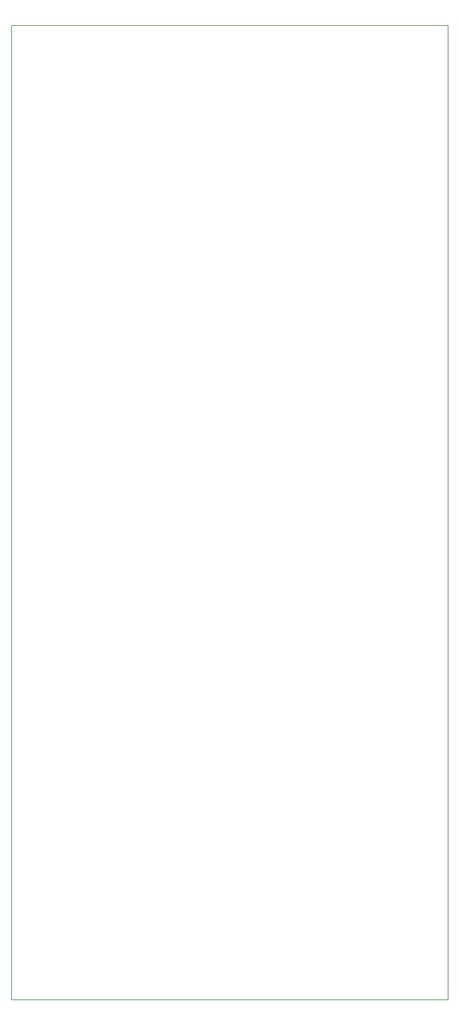
<source format=gm1>
G04 #@! TF.GenerationSoftware,KiCad,Pcbnew,(5.1.12-1-10_14)*
G04 #@! TF.CreationDate,2021-11-28T16:28:55+00:00*
G04 #@! TF.ProjectId,acnode-doorbot,61636e6f-6465-42d6-946f-6f72626f742e,rev?*
G04 #@! TF.SameCoordinates,Original*
G04 #@! TF.FileFunction,Profile,NP*
%FSLAX46Y46*%
G04 Gerber Fmt 4.6, Leading zero omitted, Abs format (unit mm)*
G04 Created by KiCad (PCBNEW (5.1.12-1-10_14)) date 2021-11-28 16:28:55*
%MOMM*%
%LPD*%
G01*
G04 APERTURE LIST*
G04 #@! TA.AperFunction,Profile*
%ADD10C,0.100000*%
G04 #@! TD*
G04 APERTURE END LIST*
D10*
X106680000Y-40640000D02*
X106680000Y-165100000D01*
X50800000Y-40640000D02*
X106680000Y-40640000D01*
X50800000Y-165100000D02*
X50800000Y-40640000D01*
X50800000Y-165100000D02*
X106680000Y-165100000D01*
M02*

</source>
